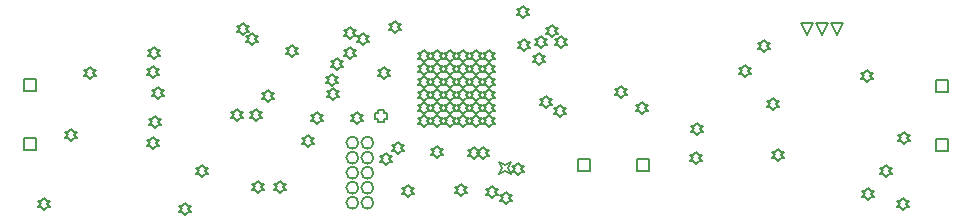
<source format=gbr>
%TF.GenerationSoftware,Altium Limited,Altium Designer,25.4.2 (15)*%
G04 Layer_Color=2752767*
%FSLAX45Y45*%
%MOMM*%
%TF.SameCoordinates,47237EEE-74C4-40EA-AC85-0918F70ECB2B*%
%TF.FilePolarity,Positive*%
%TF.FileFunction,Drawing*%
%TF.Part,Single*%
G01*
G75*
%TA.AperFunction,NonConductor*%
%ADD48C,0.12700*%
%ADD88C,0.16933*%
D48*
X5024501Y381000D02*
Y482600D01*
X5126101D01*
Y381000D01*
X5024501D01*
X5524500D02*
Y482600D01*
X5626100D01*
Y381000D01*
X5524500D01*
X7213600Y1536700D02*
X7162800Y1638300D01*
X7264400D01*
X7213600Y1536700D01*
X7086600D02*
X7035800Y1638300D01*
X7137400D01*
X7086600Y1536700D01*
X6959600D02*
X6908800Y1638300D01*
X7010400D01*
X6959600Y1536700D01*
X8051800Y554101D02*
Y655701D01*
X8153400D01*
Y554101D01*
X8051800D01*
Y1054100D02*
Y1155700D01*
X8153400D01*
Y1054100D01*
X8051800D01*
X330200Y1058799D02*
Y1160399D01*
X431800D01*
Y1058799D01*
X330200D01*
Y558800D02*
Y660400D01*
X431800D01*
Y558800D01*
X330200D01*
X2293620Y807720D02*
X2319020Y833120D01*
X2344420D01*
X2319020Y858520D01*
X2344420Y883920D01*
X2319020D01*
X2293620Y909320D01*
X2268220Y883920D01*
X2242820D01*
X2268220Y858520D01*
X2242820Y833120D01*
X2268220D01*
X2293620Y807720D01*
X4708707Y1421791D02*
X4734107Y1447191D01*
X4759507D01*
X4734107Y1472591D01*
X4759507Y1497991D01*
X4734107D01*
X4708707Y1523391D01*
X4683307Y1497991D01*
X4657907D01*
X4683307Y1472591D01*
X4657907Y1447191D01*
X4683307D01*
X4708707Y1421791D01*
X4804172Y1518920D02*
X4829572Y1544320D01*
X4854972D01*
X4829572Y1569720D01*
X4854972Y1595120D01*
X4829572D01*
X4804172Y1620520D01*
X4778772Y1595120D01*
X4753372D01*
X4778772Y1569720D01*
X4753372Y1544320D01*
X4778772D01*
X4804172Y1518920D01*
X4876400Y1425075D02*
X4901800Y1450475D01*
X4927200D01*
X4901800Y1475875D01*
X4927200Y1501275D01*
X4901800D01*
X4876400Y1526675D01*
X4851000Y1501275D01*
X4825600D01*
X4851000Y1475875D01*
X4825600Y1450475D01*
X4851000D01*
X4876400Y1425075D01*
X4689449Y1278073D02*
X4714849Y1303473D01*
X4740249D01*
X4714849Y1328873D01*
X4740249Y1354273D01*
X4714849D01*
X4689449Y1379673D01*
X4664049Y1354273D01*
X4638649D01*
X4664049Y1328873D01*
X4638649Y1303473D01*
X4664049D01*
X4689449Y1278073D01*
X4866640Y835660D02*
X4892040Y861060D01*
X4917440D01*
X4892040Y886460D01*
X4917440Y911860D01*
X4892040D01*
X4866640Y937260D01*
X4841240Y911860D01*
X4815840D01*
X4841240Y886460D01*
X4815840Y861060D01*
X4841240D01*
X4866640Y835660D01*
X5387340Y1003300D02*
X5412740Y1028700D01*
X5438140D01*
X5412740Y1054100D01*
X5438140Y1079500D01*
X5412740D01*
X5387340Y1104900D01*
X5361940Y1079500D01*
X5336540D01*
X5361940Y1054100D01*
X5336540Y1028700D01*
X5361940D01*
X5387340Y1003300D01*
X4409440Y106680D02*
X4434840Y132080D01*
X4460240D01*
X4434840Y157480D01*
X4460240Y182880D01*
X4434840D01*
X4409440Y208280D01*
X4384040Y182880D01*
X4358640D01*
X4384040Y157480D01*
X4358640Y132080D01*
X4384040D01*
X4409440Y106680D01*
X4297680Y157480D02*
X4323080Y182880D01*
X4348480D01*
X4323080Y208280D01*
X4348480Y233680D01*
X4323080D01*
X4297680Y259080D01*
X4272280Y233680D01*
X4246880D01*
X4272280Y208280D01*
X4246880Y182880D01*
X4272280D01*
X4297680Y157480D01*
X4516120Y350520D02*
X4541520Y375920D01*
X4566920D01*
X4541520Y401320D01*
X4566920Y426720D01*
X4541520D01*
X4516120Y452120D01*
X4490720Y426720D01*
X4465320D01*
X4490720Y401320D01*
X4465320Y375920D01*
X4490720D01*
X4516120Y350520D01*
X4351020Y353060D02*
X4376420Y403860D01*
X4351020Y454660D01*
X4401820Y429260D01*
X4452620Y454660D01*
X4427220Y403860D01*
X4452620Y353060D01*
X4401820Y378460D01*
X4351020Y353060D01*
X4028440Y170180D02*
X4053840Y195580D01*
X4079240D01*
X4053840Y220980D01*
X4079240Y246380D01*
X4053840D01*
X4028440Y271780D01*
X4003040Y246380D01*
X3977640D01*
X4003040Y220980D01*
X3977640Y195580D01*
X4003040D01*
X4028440Y170180D01*
X4564380Y1399540D02*
X4589780Y1424940D01*
X4615180D01*
X4589780Y1450340D01*
X4615180Y1475740D01*
X4589780D01*
X4564380Y1501140D01*
X4538980Y1475740D01*
X4513580D01*
X4538980Y1450340D01*
X4513580Y1424940D01*
X4538980D01*
X4564380Y1399540D01*
X1430020Y1333500D02*
X1455420Y1358900D01*
X1480820D01*
X1455420Y1384300D01*
X1480820Y1409700D01*
X1455420D01*
X1430020Y1435100D01*
X1404620Y1409700D01*
X1379220D01*
X1404620Y1384300D01*
X1379220Y1358900D01*
X1404620D01*
X1430020Y1333500D01*
X731520Y632460D02*
X756920Y657860D01*
X782320D01*
X756920Y683260D01*
X782320Y708660D01*
X756920D01*
X731520Y734060D01*
X706120Y708660D01*
X680720D01*
X706120Y683260D01*
X680720Y657860D01*
X706120D01*
X731520Y632460D01*
X1838960Y327660D02*
X1864360Y353060D01*
X1889760D01*
X1864360Y378460D01*
X1889760Y403860D01*
X1864360D01*
X1838960Y429260D01*
X1813560Y403860D01*
X1788160D01*
X1813560Y378460D01*
X1788160Y353060D01*
X1813560D01*
X1838960Y327660D01*
X2260600Y1452880D02*
X2286000Y1478280D01*
X2311400D01*
X2286000Y1503680D01*
X2311400Y1529080D01*
X2286000D01*
X2260600Y1554480D01*
X2235200Y1529080D01*
X2209800D01*
X2235200Y1503680D01*
X2209800Y1478280D01*
X2235200D01*
X2260600Y1452880D01*
X6593840Y1389380D02*
X6619240Y1414780D01*
X6644640D01*
X6619240Y1440180D01*
X6644640Y1465580D01*
X6619240D01*
X6593840Y1490980D01*
X6568440Y1465580D01*
X6543040D01*
X6568440Y1440180D01*
X6543040Y1414780D01*
X6568440D01*
X6593840Y1389380D01*
X3378200Y1158240D02*
X3403600Y1183640D01*
X3429000D01*
X3403600Y1209040D01*
X3429000Y1234440D01*
X3403600D01*
X3378200Y1259840D01*
X3352800Y1234440D01*
X3327400D01*
X3352800Y1209040D01*
X3327400Y1183640D01*
X3352800D01*
X3378200Y1158240D01*
X3395980Y436880D02*
X3421380Y462280D01*
X3446780D01*
X3421380Y487680D01*
X3446780Y513080D01*
X3421380D01*
X3395980Y538480D01*
X3370580Y513080D01*
X3345180D01*
X3370580Y487680D01*
X3345180Y462280D01*
X3370580D01*
X3395980Y436880D01*
X4749800Y914400D02*
X4775200Y939800D01*
X4800600D01*
X4775200Y965200D01*
X4800600Y990600D01*
X4775200D01*
X4749800Y1016000D01*
X4724400Y990600D01*
X4699000D01*
X4724400Y965200D01*
X4699000Y939800D01*
X4724400D01*
X4749800Y914400D01*
X6718300Y469900D02*
X6743700Y495300D01*
X6769100D01*
X6743700Y520700D01*
X6769100Y546100D01*
X6743700D01*
X6718300Y571500D01*
X6692900Y546100D01*
X6667500D01*
X6692900Y520700D01*
X6667500Y495300D01*
X6692900D01*
X6718300Y469900D01*
X7467600Y1135380D02*
X7493000Y1160780D01*
X7518400D01*
X7493000Y1186180D01*
X7518400Y1211580D01*
X7493000D01*
X7467600Y1236980D01*
X7442200Y1211580D01*
X7416800D01*
X7442200Y1186180D01*
X7416800Y1160780D01*
X7442200D01*
X7467600Y1135380D01*
X3825240Y490220D02*
X3850640Y515620D01*
X3876040D01*
X3850640Y541020D01*
X3876040Y566420D01*
X3850640D01*
X3825240Y591820D01*
X3799840Y566420D01*
X3774440D01*
X3799840Y541020D01*
X3774440Y515620D01*
X3799840D01*
X3825240Y490220D01*
X3583940Y160020D02*
X3609340Y185420D01*
X3634740D01*
X3609340Y210820D01*
X3634740Y236220D01*
X3609340D01*
X3583940Y261620D01*
X3558540Y236220D01*
X3533140D01*
X3558540Y210820D01*
X3533140Y185420D01*
X3558540D01*
X3583940Y160020D01*
X2181860Y1536700D02*
X2207260Y1562100D01*
X2232660D01*
X2207260Y1587500D01*
X2232660Y1612900D01*
X2207260D01*
X2181860Y1638300D01*
X2156460Y1612900D01*
X2131060D01*
X2156460Y1587500D01*
X2131060Y1562100D01*
X2156460D01*
X2181860Y1536700D01*
X2598420Y1348740D02*
X2623820Y1374140D01*
X2649220D01*
X2623820Y1399540D01*
X2649220Y1424940D01*
X2623820D01*
X2598420Y1450340D01*
X2573020Y1424940D01*
X2547620D01*
X2573020Y1399540D01*
X2547620Y1374140D01*
X2573020D01*
X2598420Y1348740D01*
X5562600Y868680D02*
X5588000Y894080D01*
X5613400D01*
X5588000Y919480D01*
X5613400Y944880D01*
X5588000D01*
X5562600Y970280D01*
X5537200Y944880D01*
X5511800D01*
X5537200Y919480D01*
X5511800Y894080D01*
X5537200D01*
X5562600Y868680D01*
X1437640Y749300D02*
X1463040Y774700D01*
X1488440D01*
X1463040Y800100D01*
X1488440Y825500D01*
X1463040D01*
X1437640Y850900D01*
X1412240Y825500D01*
X1386840D01*
X1412240Y800100D01*
X1386840Y774700D01*
X1412240D01*
X1437640Y749300D01*
X1463040Y995680D02*
X1488440Y1021080D01*
X1513840D01*
X1488440Y1046480D01*
X1513840Y1071880D01*
X1488440D01*
X1463040Y1097280D01*
X1437640Y1071880D01*
X1412240D01*
X1437640Y1046480D01*
X1412240Y1021080D01*
X1437640D01*
X1463040Y995680D01*
X1694180Y10160D02*
X1719580Y35560D01*
X1744980D01*
X1719580Y60960D01*
X1744980Y86360D01*
X1719580D01*
X1694180Y111760D01*
X1668780Y86360D01*
X1643380D01*
X1668780Y60960D01*
X1643380Y35560D01*
X1668780D01*
X1694180Y10160D01*
X497840Y50800D02*
X523240Y76200D01*
X548640D01*
X523240Y101600D01*
X548640Y127000D01*
X523240D01*
X497840Y152400D01*
X472440Y127000D01*
X447040D01*
X472440Y101600D01*
X447040Y76200D01*
X472440D01*
X497840Y50800D01*
X1422400Y1165860D02*
X1447800Y1191260D01*
X1473200D01*
X1447800Y1216660D01*
X1473200Y1242060D01*
X1447800D01*
X1422400Y1267460D01*
X1397000Y1242060D01*
X1371600D01*
X1397000Y1216660D01*
X1371600Y1191260D01*
X1397000D01*
X1422400Y1165860D01*
X891540Y1160780D02*
X916940Y1186180D01*
X942340D01*
X916940Y1211580D01*
X942340Y1236980D01*
X916940D01*
X891540Y1262380D01*
X866140Y1236980D01*
X840740D01*
X866140Y1211580D01*
X840740Y1186180D01*
X866140D01*
X891540Y1160780D01*
X3474720Y1549400D02*
X3500120Y1574800D01*
X3525520D01*
X3500120Y1600200D01*
X3525520Y1625600D01*
X3500120D01*
X3474720Y1651000D01*
X3449320Y1625600D01*
X3423920D01*
X3449320Y1600200D01*
X3423920Y1574800D01*
X3449320D01*
X3474720Y1549400D01*
X3200400Y1452880D02*
X3225800Y1478280D01*
X3251200D01*
X3225800Y1503680D01*
X3251200Y1529080D01*
X3225800D01*
X3200400Y1554480D01*
X3175000Y1529080D01*
X3149600D01*
X3175000Y1503680D01*
X3149600Y1478280D01*
X3175000D01*
X3200400Y1452880D01*
X2979420Y1234440D02*
X3004820Y1259840D01*
X3030220D01*
X3004820Y1285240D01*
X3030220Y1310640D01*
X3004820D01*
X2979420Y1336040D01*
X2954020Y1310640D01*
X2928620D01*
X2954020Y1285240D01*
X2928620Y1259840D01*
X2954020D01*
X2979420Y1234440D01*
X3091180Y1333500D02*
X3116580Y1358900D01*
X3141980D01*
X3116580Y1384300D01*
X3141980Y1409700D01*
X3116580D01*
X3091180Y1435100D01*
X3065780Y1409700D01*
X3040380D01*
X3065780Y1384300D01*
X3040380Y1358900D01*
X3065780D01*
X3091180Y1333500D01*
X2733040Y581660D02*
X2758440Y607060D01*
X2783840D01*
X2758440Y632460D01*
X2783840Y657860D01*
X2758440D01*
X2733040Y683260D01*
X2707640Y657860D01*
X2682240D01*
X2707640Y632460D01*
X2682240Y607060D01*
X2707640D01*
X2733040Y581660D01*
X2814320Y779780D02*
X2839720Y805180D01*
X2865120D01*
X2839720Y830580D01*
X2865120Y855980D01*
X2839720D01*
X2814320Y881380D01*
X2788920Y855980D01*
X2763520D01*
X2788920Y830580D01*
X2763520Y805180D01*
X2788920D01*
X2814320Y779780D01*
X2938780Y1099820D02*
X2964180Y1125220D01*
X2989580D01*
X2964180Y1150620D01*
X2989580Y1176020D01*
X2964180D01*
X2938780Y1201420D01*
X2913380Y1176020D01*
X2887980D01*
X2913380Y1150620D01*
X2887980Y1125220D01*
X2913380D01*
X2938780Y1099820D01*
X2131060Y805180D02*
X2156460Y830580D01*
X2181860D01*
X2156460Y855980D01*
X2181860Y881380D01*
X2156460D01*
X2131060Y906780D01*
X2105660Y881380D01*
X2080260D01*
X2105660Y855980D01*
X2080260Y830580D01*
X2105660D01*
X2131060Y805180D01*
X3091180Y1496060D02*
X3116580Y1521460D01*
X3141980D01*
X3116580Y1546860D01*
X3141980Y1572260D01*
X3116580D01*
X3091180Y1597660D01*
X3065780Y1572260D01*
X3040380D01*
X3065780Y1546860D01*
X3040380Y1521460D01*
X3065780D01*
X3091180Y1496060D01*
X2395220Y962660D02*
X2420620Y988060D01*
X2446020D01*
X2420620Y1013460D01*
X2446020Y1038860D01*
X2420620D01*
X2395220Y1064260D01*
X2369820Y1038860D01*
X2344420D01*
X2369820Y1013460D01*
X2344420Y988060D01*
X2369820D01*
X2395220Y962660D01*
X2496820Y193040D02*
X2522220Y218440D01*
X2547620D01*
X2522220Y243840D01*
X2547620Y269240D01*
X2522220D01*
X2496820Y294640D01*
X2471420Y269240D01*
X2446020D01*
X2471420Y243840D01*
X2446020Y218440D01*
X2471420D01*
X2496820Y193040D01*
X3500120Y525780D02*
X3525520Y551180D01*
X3550920D01*
X3525520Y576580D01*
X3550920Y601980D01*
X3525520D01*
X3500120Y627380D01*
X3474720Y601980D01*
X3449320D01*
X3474720Y576580D01*
X3449320Y551180D01*
X3474720D01*
X3500120Y525780D01*
X2311400Y195580D02*
X2336800Y220980D01*
X2362200D01*
X2336800Y246380D01*
X2362200Y271780D01*
X2336800D01*
X2311400Y297180D01*
X2286000Y271780D01*
X2260600D01*
X2286000Y246380D01*
X2260600Y220980D01*
X2286000D01*
X2311400Y195580D01*
X3154680Y782320D02*
X3180080Y807720D01*
X3205480D01*
X3180080Y833120D01*
X3205480Y858520D01*
X3180080D01*
X3154680Y883920D01*
X3129280Y858520D01*
X3103880D01*
X3129280Y833120D01*
X3103880Y807720D01*
X3129280D01*
X3154680Y782320D01*
X4145280Y482600D02*
X4170680Y508000D01*
X4196080D01*
X4170680Y533400D01*
X4196080Y558800D01*
X4170680D01*
X4145280Y584200D01*
X4119880Y558800D01*
X4094480D01*
X4119880Y533400D01*
X4094480Y508000D01*
X4119880D01*
X4145280Y482600D01*
X4218940Y487680D02*
X4244340Y513080D01*
X4269740D01*
X4244340Y538480D01*
X4269740Y563880D01*
X4244340D01*
X4218940Y589280D01*
X4193540Y563880D01*
X4168140D01*
X4193540Y538480D01*
X4168140Y513080D01*
X4193540D01*
X4218940Y487680D01*
X7780020Y612140D02*
X7805420Y637540D01*
X7830820D01*
X7805420Y662940D01*
X7830820Y688340D01*
X7805420D01*
X7780020Y713740D01*
X7754620Y688340D01*
X7729220D01*
X7754620Y662940D01*
X7729220Y637540D01*
X7754620D01*
X7780020Y612140D01*
X7777480Y55880D02*
X7802880Y81280D01*
X7828280D01*
X7802880Y106680D01*
X7828280Y132080D01*
X7802880D01*
X7777480Y157480D01*
X7752080Y132080D01*
X7726680D01*
X7752080Y106680D01*
X7726680Y81280D01*
X7752080D01*
X7777480Y55880D01*
X1427480Y568960D02*
X1452880Y594360D01*
X1478280D01*
X1452880Y619760D01*
X1478280Y645160D01*
X1452880D01*
X1427480Y670560D01*
X1402080Y645160D01*
X1376680D01*
X1402080Y619760D01*
X1376680Y594360D01*
X1402080D01*
X1427480Y568960D01*
X2948940Y982980D02*
X2974340Y1008380D01*
X2999740D01*
X2974340Y1033780D01*
X2999740Y1059180D01*
X2974340D01*
X2948940Y1084580D01*
X2923540Y1059180D01*
X2898140D01*
X2923540Y1033780D01*
X2898140Y1008380D01*
X2923540D01*
X2948940Y982980D01*
X6436360Y1178560D02*
X6461760Y1203960D01*
X6487160D01*
X6461760Y1229360D01*
X6487160Y1254760D01*
X6461760D01*
X6436360Y1280160D01*
X6410960Y1254760D01*
X6385560D01*
X6410960Y1229360D01*
X6385560Y1203960D01*
X6410960D01*
X6436360Y1178560D01*
X6675120Y901700D02*
X6700520Y927100D01*
X6725920D01*
X6700520Y952500D01*
X6725920Y977900D01*
X6700520D01*
X6675120Y1003300D01*
X6649720Y977900D01*
X6624320D01*
X6649720Y952500D01*
X6624320Y927100D01*
X6649720D01*
X6675120Y901700D01*
X3327400Y825500D02*
Y800100D01*
X3378200D01*
Y825500D01*
X3403600D01*
Y876300D01*
X3378200D01*
Y901700D01*
X3327400D01*
Y876300D01*
X3302000D01*
Y825500D01*
X3327400D01*
X4559300Y1676400D02*
X4584700Y1701800D01*
X4610100D01*
X4584700Y1727200D01*
X4610100Y1752600D01*
X4584700D01*
X4559300Y1778000D01*
X4533900Y1752600D01*
X4508500D01*
X4533900Y1727200D01*
X4508500Y1701800D01*
X4533900D01*
X4559300Y1676400D01*
X7632700Y330200D02*
X7658100Y355600D01*
X7683500D01*
X7658100Y381000D01*
X7683500Y406400D01*
X7658100D01*
X7632700Y431800D01*
X7607300Y406400D01*
X7581900D01*
X7607300Y381000D01*
X7581900Y355600D01*
X7607300D01*
X7632700Y330200D01*
X7480300Y139700D02*
X7505700Y165100D01*
X7531100D01*
X7505700Y190500D01*
X7531100Y215900D01*
X7505700D01*
X7480300Y241300D01*
X7454900Y215900D01*
X7429500D01*
X7454900Y190500D01*
X7429500Y165100D01*
X7454900D01*
X7480300Y139700D01*
X6032500Y685800D02*
X6057900Y711200D01*
X6083300D01*
X6057900Y736600D01*
X6083300Y762000D01*
X6057900D01*
X6032500Y787400D01*
X6007100Y762000D01*
X5981700D01*
X6007100Y736600D01*
X5981700Y711200D01*
X6007100D01*
X6032500Y685800D01*
X6019800Y444500D02*
X6045200Y469900D01*
X6070600D01*
X6045200Y495300D01*
X6070600Y520700D01*
X6045200D01*
X6019800Y546100D01*
X5994400Y520700D01*
X5969000D01*
X5994400Y495300D01*
X5969000Y469900D01*
X5994400D01*
X6019800Y444500D01*
X3721100Y1303599D02*
X3746500Y1328999D01*
X3771900D01*
X3746500Y1354399D01*
X3771900Y1379799D01*
X3746500D01*
X3721100Y1405199D01*
X3695700Y1379799D01*
X3670300D01*
X3695700Y1354399D01*
X3670300Y1328999D01*
X3695700D01*
X3721100Y1303599D01*
X3831102D02*
X3856502Y1328999D01*
X3881902D01*
X3856502Y1354399D01*
X3881902Y1379799D01*
X3856502D01*
X3831102Y1405199D01*
X3805702Y1379799D01*
X3780302D01*
X3805702Y1354399D01*
X3780302Y1328999D01*
X3805702D01*
X3831102Y1303599D01*
X3941100D02*
X3966500Y1328999D01*
X3991900D01*
X3966500Y1354399D01*
X3991900Y1379799D01*
X3966500D01*
X3941100Y1405199D01*
X3915700Y1379799D01*
X3890300D01*
X3915700Y1354399D01*
X3890300Y1328999D01*
X3915700D01*
X3941100Y1303599D01*
X4051102D02*
X4076502Y1328999D01*
X4101902D01*
X4076502Y1354399D01*
X4101902Y1379799D01*
X4076502D01*
X4051102Y1405199D01*
X4025702Y1379799D01*
X4000302D01*
X4025702Y1354399D01*
X4000302Y1328999D01*
X4025702D01*
X4051102Y1303599D01*
X4161099D02*
X4186499Y1328999D01*
X4211899D01*
X4186499Y1354399D01*
X4211899Y1379799D01*
X4186499D01*
X4161099Y1405199D01*
X4135699Y1379799D01*
X4110299D01*
X4135699Y1354399D01*
X4110299Y1328999D01*
X4135699D01*
X4161099Y1303599D01*
X4271101D02*
X4296501Y1328999D01*
X4321901D01*
X4296501Y1354399D01*
X4321901Y1379799D01*
X4296501D01*
X4271101Y1405199D01*
X4245701Y1379799D01*
X4220301D01*
X4245701Y1354399D01*
X4220301Y1328999D01*
X4245701D01*
X4271101Y1303599D01*
X3721100Y1193602D02*
X3746500Y1219002D01*
X3771900D01*
X3746500Y1244402D01*
X3771900Y1269802D01*
X3746500D01*
X3721100Y1295202D01*
X3695700Y1269802D01*
X3670300D01*
X3695700Y1244402D01*
X3670300Y1219002D01*
X3695700D01*
X3721100Y1193602D01*
X3831102D02*
X3856502Y1219002D01*
X3881902D01*
X3856502Y1244402D01*
X3881902Y1269802D01*
X3856502D01*
X3831102Y1295202D01*
X3805702Y1269802D01*
X3780302D01*
X3805702Y1244402D01*
X3780302Y1219002D01*
X3805702D01*
X3831102Y1193602D01*
X3941100D02*
X3966500Y1219002D01*
X3991900D01*
X3966500Y1244402D01*
X3991900Y1269802D01*
X3966500D01*
X3941100Y1295202D01*
X3915700Y1269802D01*
X3890300D01*
X3915700Y1244402D01*
X3890300Y1219002D01*
X3915700D01*
X3941100Y1193602D01*
X4051102D02*
X4076502Y1219002D01*
X4101902D01*
X4076502Y1244402D01*
X4101902Y1269802D01*
X4076502D01*
X4051102Y1295202D01*
X4025702Y1269802D01*
X4000302D01*
X4025702Y1244402D01*
X4000302Y1219002D01*
X4025702D01*
X4051102Y1193602D01*
X4161099D02*
X4186499Y1219002D01*
X4211899D01*
X4186499Y1244402D01*
X4211899Y1269802D01*
X4186499D01*
X4161099Y1295202D01*
X4135699Y1269802D01*
X4110299D01*
X4135699Y1244402D01*
X4110299Y1219002D01*
X4135699D01*
X4161099Y1193602D01*
X4271101D02*
X4296501Y1219002D01*
X4321901D01*
X4296501Y1244402D01*
X4321901Y1269802D01*
X4296501D01*
X4271101Y1295202D01*
X4245701Y1269802D01*
X4220301D01*
X4245701Y1244402D01*
X4220301Y1219002D01*
X4245701D01*
X4271101Y1193602D01*
X3721100Y1083600D02*
X3746500Y1109000D01*
X3771900D01*
X3746500Y1134400D01*
X3771900Y1159800D01*
X3746500D01*
X3721100Y1185200D01*
X3695700Y1159800D01*
X3670300D01*
X3695700Y1134400D01*
X3670300Y1109000D01*
X3695700D01*
X3721100Y1083600D01*
X3831102D02*
X3856502Y1109000D01*
X3881902D01*
X3856502Y1134400D01*
X3881902Y1159800D01*
X3856502D01*
X3831102Y1185200D01*
X3805702Y1159800D01*
X3780302D01*
X3805702Y1134400D01*
X3780302Y1109000D01*
X3805702D01*
X3831102Y1083600D01*
X3941100D02*
X3966500Y1109000D01*
X3991900D01*
X3966500Y1134400D01*
X3991900Y1159800D01*
X3966500D01*
X3941100Y1185200D01*
X3915700Y1159800D01*
X3890300D01*
X3915700Y1134400D01*
X3890300Y1109000D01*
X3915700D01*
X3941100Y1083600D01*
X4051102D02*
X4076502Y1109000D01*
X4101902D01*
X4076502Y1134400D01*
X4101902Y1159800D01*
X4076502D01*
X4051102Y1185200D01*
X4025702Y1159800D01*
X4000302D01*
X4025702Y1134400D01*
X4000302Y1109000D01*
X4025702D01*
X4051102Y1083600D01*
X4161099D02*
X4186499Y1109000D01*
X4211899D01*
X4186499Y1134400D01*
X4211899Y1159800D01*
X4186499D01*
X4161099Y1185200D01*
X4135699Y1159800D01*
X4110299D01*
X4135699Y1134400D01*
X4110299Y1109000D01*
X4135699D01*
X4161099Y1083600D01*
X4271101D02*
X4296501Y1109000D01*
X4321901D01*
X4296501Y1134400D01*
X4321901Y1159800D01*
X4296501D01*
X4271101Y1185200D01*
X4245701Y1159800D01*
X4220301D01*
X4245701Y1134400D01*
X4220301Y1109000D01*
X4245701D01*
X4271101Y1083600D01*
X3721100Y973602D02*
X3746500Y999002D01*
X3771900D01*
X3746500Y1024402D01*
X3771900Y1049802D01*
X3746500D01*
X3721100Y1075202D01*
X3695700Y1049802D01*
X3670300D01*
X3695700Y1024402D01*
X3670300Y999002D01*
X3695700D01*
X3721100Y973602D01*
X3831102D02*
X3856502Y999002D01*
X3881902D01*
X3856502Y1024402D01*
X3881902Y1049802D01*
X3856502D01*
X3831102Y1075202D01*
X3805702Y1049802D01*
X3780302D01*
X3805702Y1024402D01*
X3780302Y999002D01*
X3805702D01*
X3831102Y973602D01*
X3941100D02*
X3966500Y999002D01*
X3991900D01*
X3966500Y1024402D01*
X3991900Y1049802D01*
X3966500D01*
X3941100Y1075202D01*
X3915700Y1049802D01*
X3890300D01*
X3915700Y1024402D01*
X3890300Y999002D01*
X3915700D01*
X3941100Y973602D01*
X4051102D02*
X4076502Y999002D01*
X4101902D01*
X4076502Y1024402D01*
X4101902Y1049802D01*
X4076502D01*
X4051102Y1075202D01*
X4025702Y1049802D01*
X4000302D01*
X4025702Y1024402D01*
X4000302Y999002D01*
X4025702D01*
X4051102Y973602D01*
X4161099D02*
X4186499Y999002D01*
X4211899D01*
X4186499Y1024402D01*
X4211899Y1049802D01*
X4186499D01*
X4161099Y1075202D01*
X4135699Y1049802D01*
X4110299D01*
X4135699Y1024402D01*
X4110299Y999002D01*
X4135699D01*
X4161099Y973602D01*
X4271101D02*
X4296501Y999002D01*
X4321901D01*
X4296501Y1024402D01*
X4321901Y1049802D01*
X4296501D01*
X4271101Y1075202D01*
X4245701Y1049802D01*
X4220301D01*
X4245701Y1024402D01*
X4220301Y999002D01*
X4245701D01*
X4271101Y973602D01*
X3721100Y863600D02*
X3746500Y889000D01*
X3771900D01*
X3746500Y914400D01*
X3771900Y939800D01*
X3746500D01*
X3721100Y965200D01*
X3695700Y939800D01*
X3670300D01*
X3695700Y914400D01*
X3670300Y889000D01*
X3695700D01*
X3721100Y863600D01*
X3831102D02*
X3856502Y889000D01*
X3881902D01*
X3856502Y914400D01*
X3881902Y939800D01*
X3856502D01*
X3831102Y965200D01*
X3805702Y939800D01*
X3780302D01*
X3805702Y914400D01*
X3780302Y889000D01*
X3805702D01*
X3831102Y863600D01*
X3941100D02*
X3966500Y889000D01*
X3991900D01*
X3966500Y914400D01*
X3991900Y939800D01*
X3966500D01*
X3941100Y965200D01*
X3915700Y939800D01*
X3890300D01*
X3915700Y914400D01*
X3890300Y889000D01*
X3915700D01*
X3941100Y863600D01*
X4051102D02*
X4076502Y889000D01*
X4101902D01*
X4076502Y914400D01*
X4101902Y939800D01*
X4076502D01*
X4051102Y965200D01*
X4025702Y939800D01*
X4000302D01*
X4025702Y914400D01*
X4000302Y889000D01*
X4025702D01*
X4051102Y863600D01*
X4161099D02*
X4186499Y889000D01*
X4211899D01*
X4186499Y914400D01*
X4211899Y939800D01*
X4186499D01*
X4161099Y965200D01*
X4135699Y939800D01*
X4110299D01*
X4135699Y914400D01*
X4110299Y889000D01*
X4135699D01*
X4161099Y863600D01*
X4271101D02*
X4296501Y889000D01*
X4321901D01*
X4296501Y914400D01*
X4321901Y939800D01*
X4296501D01*
X4271101Y965200D01*
X4245701Y939800D01*
X4220301D01*
X4245701Y914400D01*
X4220301Y889000D01*
X4245701D01*
X4271101Y863600D01*
X3721100Y753598D02*
X3746500Y778998D01*
X3771900D01*
X3746500Y804398D01*
X3771900Y829798D01*
X3746500D01*
X3721100Y855198D01*
X3695700Y829798D01*
X3670300D01*
X3695700Y804398D01*
X3670300Y778998D01*
X3695700D01*
X3721100Y753598D01*
X3831102D02*
X3856502Y778998D01*
X3881902D01*
X3856502Y804398D01*
X3881902Y829798D01*
X3856502D01*
X3831102Y855198D01*
X3805702Y829798D01*
X3780302D01*
X3805702Y804398D01*
X3780302Y778998D01*
X3805702D01*
X3831102Y753598D01*
X3941100D02*
X3966500Y778998D01*
X3991900D01*
X3966500Y804398D01*
X3991900Y829798D01*
X3966500D01*
X3941100Y855198D01*
X3915700Y829798D01*
X3890300D01*
X3915700Y804398D01*
X3890300Y778998D01*
X3915700D01*
X3941100Y753598D01*
X4051102D02*
X4076502Y778998D01*
X4101902D01*
X4076502Y804398D01*
X4101902Y829798D01*
X4076502D01*
X4051102Y855198D01*
X4025702Y829798D01*
X4000302D01*
X4025702Y804398D01*
X4000302Y778998D01*
X4025702D01*
X4051102Y753598D01*
X4161099D02*
X4186499Y778998D01*
X4211899D01*
X4186499Y804398D01*
X4211899Y829798D01*
X4186499D01*
X4161099Y855198D01*
X4135699Y829798D01*
X4110299D01*
X4135699Y804398D01*
X4110299Y778998D01*
X4135699D01*
X4161099Y753598D01*
X4271101D02*
X4296501Y778998D01*
X4321901D01*
X4296501Y804398D01*
X4321901Y829798D01*
X4296501D01*
X4271101Y855198D01*
X4245701Y829798D01*
X4220301D01*
X4245701Y804398D01*
X4220301Y778998D01*
X4245701D01*
X4271101Y753598D01*
D88*
X3289300Y114300D02*
G03*
X3289300Y114300I-50800J0D01*
G01*
Y241300D02*
G03*
X3289300Y241300I-50800J0D01*
G01*
Y368300D02*
G03*
X3289300Y368300I-50800J0D01*
G01*
Y495300D02*
G03*
X3289300Y495300I-50800J0D01*
G01*
Y622300D02*
G03*
X3289300Y622300I-50800J0D01*
G01*
X3162300Y114300D02*
G03*
X3162300Y114300I-50800J0D01*
G01*
Y241300D02*
G03*
X3162300Y241300I-50800J0D01*
G01*
Y368300D02*
G03*
X3162300Y368300I-50800J0D01*
G01*
Y495300D02*
G03*
X3162300Y495300I-50800J0D01*
G01*
Y622300D02*
G03*
X3162300Y622300I-50800J0D01*
G01*
%TF.MD5,0a76c11c3c7de18b4e00d206c53f7a11*%
M02*

</source>
